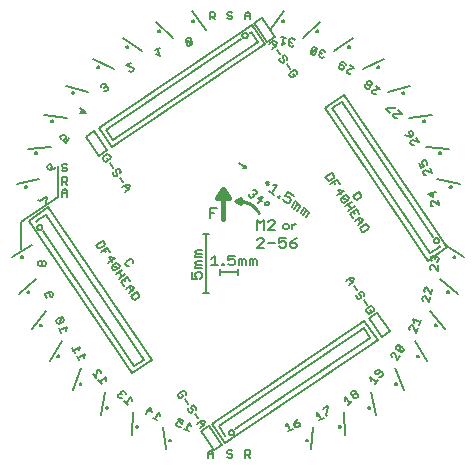
<source format=gto>
G75*
%MOIN*%
%OFA0B0*%
%FSLAX24Y24*%
%IPPOS*%
%LPD*%
%AMOC8*
5,1,8,0,0,1.08239X$1,22.5*
%
%ADD10C,0.0100*%
%ADD11C,0.0060*%
%ADD12C,0.0050*%
%ADD13C,0.0080*%
%ADD14C,0.0070*%
%ADD15C,0.0160*%
D10*
X008206Y009243D02*
X008259Y009235D01*
X008311Y009223D01*
X008363Y009208D01*
X008413Y009190D01*
X008462Y009168D01*
X008509Y009143D01*
X008554Y009115D01*
X008598Y009084D01*
X008639Y009050D01*
X008678Y009013D01*
X008714Y008974D01*
X008748Y008932D01*
X008779Y008888D01*
X008806Y008843D01*
X008206Y009143D02*
X008006Y009243D01*
X008206Y009343D01*
X008206Y009243D01*
X008106Y009243D01*
X008206Y009243D02*
X008206Y009143D01*
D11*
X008481Y009417D02*
X008477Y009478D01*
X008481Y009417D02*
X008546Y009359D01*
X008608Y009363D01*
X008636Y009396D01*
X008632Y009457D01*
X008600Y009486D01*
X008632Y009457D02*
X008693Y009461D01*
X008722Y009494D01*
X008718Y009555D01*
X008653Y009612D01*
X008592Y009608D01*
X008756Y009349D02*
X008886Y009234D01*
X009006Y009187D02*
X009034Y009219D01*
X009096Y009223D01*
X009128Y009195D01*
X009132Y009133D01*
X009104Y009101D01*
X009042Y009097D01*
X009010Y009125D01*
X009006Y009187D01*
X008939Y009360D02*
X008756Y009349D01*
X008939Y009360D02*
X008768Y009165D01*
X009613Y008438D02*
X009613Y008351D01*
X009656Y008308D01*
X009743Y008308D01*
X009786Y008351D01*
X009786Y008438D01*
X009743Y008481D01*
X009656Y008481D01*
X009613Y008438D01*
X009907Y008481D02*
X009907Y008308D01*
X009907Y008395D02*
X009994Y008481D01*
X010037Y008481D01*
X011176Y009796D02*
X011392Y009942D01*
X011489Y009798D01*
X011333Y009797D02*
X011284Y009869D01*
X011145Y009921D02*
X011289Y010018D01*
X011300Y010078D01*
X011227Y010186D01*
X011012Y010040D01*
X011084Y009932D01*
X011145Y009921D01*
X011449Y009625D02*
X011546Y009481D01*
X011630Y009589D02*
X011449Y009625D01*
X011414Y009444D02*
X011630Y009589D01*
X011686Y009429D02*
X011746Y009417D01*
X011795Y009345D01*
X011783Y009285D01*
X011542Y009332D01*
X011530Y009272D01*
X011579Y009200D01*
X011639Y009188D01*
X011783Y009285D01*
X011887Y009209D02*
X011671Y009063D01*
X011779Y009136D02*
X011876Y008992D01*
X011943Y008892D02*
X011992Y008820D01*
X012051Y008964D02*
X011836Y008819D01*
X011933Y008675D01*
X012000Y008575D02*
X012144Y008672D01*
X012265Y008648D01*
X012241Y008528D01*
X012097Y008431D01*
X012165Y008330D02*
X012238Y008223D01*
X012298Y008211D01*
X012442Y008308D01*
X012454Y008368D01*
X012381Y008476D01*
X012165Y008330D01*
X012205Y008504D02*
X012108Y008647D01*
X012148Y008821D02*
X012051Y008964D01*
X011984Y009065D02*
X011768Y008919D01*
X011993Y009301D02*
X012053Y009289D01*
X012197Y009386D01*
X012209Y009447D01*
X012136Y009555D01*
X011920Y009409D01*
X011993Y009301D01*
X011686Y009429D02*
X011542Y009332D01*
X013658Y011458D02*
X013743Y011410D01*
X013863Y011387D01*
X013791Y011495D01*
X013802Y011555D01*
X013838Y011579D01*
X013899Y011567D01*
X013947Y011495D01*
X013935Y011435D01*
X013863Y011387D01*
X013895Y011262D02*
X013859Y011238D01*
X013847Y011178D01*
X013895Y011106D01*
X013955Y011094D01*
X013895Y011262D02*
X014135Y011215D01*
X014039Y011359D01*
X013402Y012000D02*
X013340Y012002D01*
X013281Y012065D01*
X013283Y012127D01*
X013315Y012156D01*
X013560Y012149D01*
X013441Y012275D01*
X013358Y012363D02*
X013326Y012334D01*
X013081Y012341D01*
X013050Y012312D01*
X013168Y012185D01*
X012701Y012813D02*
X012640Y012805D01*
X012571Y012858D01*
X012563Y012919D01*
X012589Y012953D01*
X012832Y012986D01*
X012694Y013091D01*
X012572Y013130D02*
X012545Y013096D01*
X012485Y013087D01*
X012416Y013140D01*
X012408Y013201D01*
X012434Y013235D01*
X012495Y013244D01*
X012564Y013191D01*
X012572Y013130D01*
X012485Y013087D02*
X012493Y013027D01*
X012466Y012992D01*
X012406Y012984D01*
X012337Y013037D01*
X012329Y013098D01*
X012355Y013132D01*
X012416Y013140D01*
X011876Y013501D02*
X011817Y013483D01*
X011741Y013524D01*
X011723Y013582D01*
X011743Y013621D01*
X011978Y013692D01*
X011825Y013774D01*
X011697Y013792D02*
X011679Y013851D01*
X011603Y013892D01*
X011544Y013874D01*
X011463Y013721D01*
X011481Y013662D01*
X011557Y013621D01*
X011616Y013639D01*
X011636Y013678D01*
X011618Y013736D01*
X011503Y013797D01*
X010960Y014040D02*
X010905Y014013D01*
X010823Y014040D01*
X010796Y014095D01*
X010810Y014136D01*
X010865Y014164D01*
X010838Y014219D01*
X010852Y014260D01*
X010907Y014287D01*
X010989Y014259D01*
X011016Y014204D01*
X010906Y014150D02*
X010865Y014164D01*
X010737Y014298D02*
X010710Y014353D01*
X010628Y014381D01*
X010573Y014354D01*
X010517Y014190D01*
X010737Y014298D01*
X010681Y014134D01*
X010626Y014107D01*
X010544Y014135D01*
X010517Y014190D01*
X009959Y014427D02*
X009909Y014391D01*
X009824Y014405D01*
X009788Y014455D01*
X009795Y014498D01*
X009845Y014533D01*
X009809Y014583D01*
X009816Y014626D01*
X009866Y014662D01*
X009951Y014648D01*
X009987Y014598D01*
X009887Y014526D02*
X009845Y014533D01*
X009675Y014517D02*
X009576Y014446D01*
X009618Y014702D01*
X009703Y014688D02*
X009532Y014716D01*
X009393Y014536D02*
X009370Y014416D01*
X009226Y014319D01*
X009334Y014392D02*
X009237Y014536D01*
X009273Y014560D02*
X009129Y014463D01*
X009273Y014560D02*
X009393Y014536D01*
X009402Y014291D02*
X009499Y014147D01*
X009602Y014071D02*
X009591Y014011D01*
X009639Y013939D01*
X009627Y013879D01*
X009591Y013855D01*
X009531Y013866D01*
X009483Y013938D01*
X009494Y013998D01*
X009602Y014071D02*
X009638Y014095D01*
X009698Y014084D01*
X009747Y014012D01*
X009735Y013952D01*
X009731Y013803D02*
X009828Y013659D01*
X009968Y013607D02*
X009824Y013510D01*
X009812Y013450D01*
X009861Y013378D01*
X009921Y013366D01*
X009993Y013415D01*
X009944Y013486D01*
X010065Y013463D02*
X010076Y013523D01*
X010028Y013595D01*
X009968Y013607D01*
X008507Y015296D02*
X008507Y015469D01*
X008420Y015556D01*
X008333Y015469D01*
X008333Y015296D01*
X008333Y015426D02*
X008507Y015426D01*
X007916Y015383D02*
X007916Y015339D01*
X007873Y015296D01*
X007786Y015296D01*
X007743Y015339D01*
X007786Y015426D02*
X007873Y015426D01*
X007916Y015383D01*
X007916Y015513D02*
X007873Y015556D01*
X007786Y015556D01*
X007743Y015513D01*
X007743Y015469D01*
X007786Y015426D01*
X007326Y015426D02*
X007282Y015383D01*
X007152Y015383D01*
X007152Y015296D02*
X007152Y015556D01*
X007282Y015556D01*
X007326Y015513D01*
X007326Y015426D01*
X007239Y015383D02*
X007326Y015296D01*
X006542Y014650D02*
X006570Y014479D01*
X006371Y014622D01*
X006407Y014672D01*
X006492Y014686D01*
X006542Y014650D01*
X006371Y014622D02*
X006399Y014450D01*
X006449Y014415D01*
X006534Y014429D01*
X006570Y014479D01*
X005486Y014348D02*
X005322Y014292D01*
X005404Y014320D02*
X005488Y014074D01*
X005378Y014128D01*
X004599Y013690D02*
X004620Y013652D01*
X004602Y013593D01*
X004525Y013552D01*
X004467Y013570D01*
X004599Y013690D02*
X004365Y013762D01*
X004518Y013843D01*
X003661Y013146D02*
X003601Y013154D01*
X003532Y013101D01*
X003524Y013041D01*
X003645Y013024D02*
X003680Y013051D01*
X003688Y013111D01*
X003661Y013146D01*
X003680Y013051D02*
X003740Y013043D01*
X003767Y013008D01*
X003759Y012947D01*
X003690Y012895D01*
X003629Y012903D01*
X002967Y012293D02*
X002848Y012167D01*
X003032Y012173D01*
X002843Y012351D01*
X002292Y011457D02*
X002232Y011445D01*
X002183Y011373D01*
X002195Y011313D01*
X002267Y011264D02*
X002352Y011312D01*
X002376Y011348D01*
X002364Y011408D01*
X002292Y011457D01*
X002472Y011336D02*
X002375Y011192D01*
X002267Y011264D01*
X002274Y010487D02*
X002231Y010444D01*
X002231Y010401D01*
X002274Y010357D01*
X002361Y010357D01*
X002405Y010314D01*
X002405Y010270D01*
X002361Y010227D01*
X002274Y010227D01*
X002231Y010270D01*
X002102Y010406D02*
X002102Y009373D01*
X000872Y008536D01*
X000872Y007650D01*
X001434Y007198D02*
X001439Y007111D01*
X001485Y007071D01*
X001528Y007073D01*
X001569Y007119D01*
X001564Y007206D01*
X001518Y007247D01*
X001474Y007244D01*
X001434Y007198D01*
X001564Y007206D02*
X001604Y007252D01*
X001647Y007255D01*
X001693Y007214D01*
X001699Y007127D01*
X001658Y007081D01*
X001615Y007079D01*
X001569Y007119D01*
X001791Y006203D02*
X001820Y006076D01*
X001872Y006044D01*
X001914Y006053D01*
X001947Y006105D01*
X001928Y006190D01*
X001876Y006222D01*
X001707Y006184D01*
X001674Y006132D01*
X001693Y006048D01*
X001745Y006015D01*
X002057Y005301D02*
X002217Y005367D01*
X002122Y005141D01*
X002066Y005165D01*
X002033Y005245D01*
X002057Y005301D01*
X002122Y005141D02*
X002283Y005206D01*
X002307Y005263D01*
X002274Y005343D01*
X002217Y005367D01*
X002128Y005012D02*
X002194Y004852D01*
X002161Y004932D02*
X002402Y005030D01*
X002354Y004917D01*
X002832Y004391D02*
X002611Y004255D01*
X002656Y004181D02*
X002565Y004329D01*
X002720Y004078D02*
X002810Y003930D01*
X002765Y004004D02*
X002987Y004140D01*
X002958Y004021D01*
X002804Y004272D02*
X002832Y004391D01*
X003418Y003626D02*
X003385Y003597D01*
X003368Y003352D01*
X003254Y003484D01*
X003418Y003626D02*
X003479Y003621D01*
X003536Y003556D01*
X003532Y003494D01*
X003701Y003366D02*
X003504Y003195D01*
X003561Y003130D02*
X003447Y003261D01*
X003692Y003243D02*
X003701Y003366D01*
X004219Y002920D02*
X004191Y002887D01*
X004197Y002826D01*
X004136Y002820D01*
X004108Y002787D01*
X004114Y002726D01*
X004180Y002671D01*
X004242Y002676D01*
X004230Y002798D02*
X004197Y002826D01*
X004219Y002920D02*
X004280Y002926D01*
X004347Y002871D01*
X004352Y002810D01*
X004540Y002710D02*
X004374Y002510D01*
X004441Y002455D02*
X004307Y002565D01*
X004551Y002588D02*
X004540Y002710D01*
X005070Y002286D02*
X005220Y002198D01*
X005173Y002376D01*
X005042Y002152D01*
X005258Y002025D02*
X005408Y001937D01*
X005333Y001981D02*
X005465Y002205D01*
X005496Y002087D01*
X006067Y001869D02*
X006036Y001788D01*
X006061Y001732D01*
X006142Y001701D01*
X006198Y001726D01*
X006229Y001807D02*
X006164Y001878D01*
X006123Y001894D01*
X006067Y001869D01*
X006114Y001990D02*
X006276Y001928D01*
X006229Y001807D01*
X006296Y001642D02*
X006458Y001580D01*
X006377Y001611D02*
X006470Y001854D01*
X006520Y001742D01*
X006737Y001822D02*
X006881Y001919D01*
X007001Y001896D01*
X006978Y001775D01*
X006834Y001678D01*
X006942Y001751D02*
X006845Y001895D01*
X006777Y001995D02*
X006680Y002139D01*
X006576Y002215D02*
X006588Y002276D01*
X006539Y002348D01*
X006551Y002408D01*
X006587Y002432D01*
X006647Y002420D01*
X006696Y002348D01*
X006684Y002288D01*
X006576Y002215D02*
X006540Y002191D01*
X006480Y002203D01*
X006432Y002275D01*
X006443Y002335D01*
X006447Y002484D02*
X006350Y002628D01*
X006283Y002728D02*
X006234Y002800D01*
X006283Y002728D02*
X006211Y002680D01*
X006150Y002692D01*
X006102Y002763D01*
X006114Y002824D01*
X006257Y002921D01*
X006318Y002909D01*
X006366Y002837D01*
X006355Y002777D01*
X007190Y000940D02*
X007103Y000853D01*
X007103Y000680D01*
X007103Y000810D02*
X007277Y000810D01*
X007277Y000853D02*
X007277Y000680D01*
X007277Y000853D02*
X007190Y000940D01*
X007743Y000897D02*
X007743Y000853D01*
X007786Y000810D01*
X007873Y000810D01*
X007916Y000767D01*
X007916Y000723D01*
X007873Y000680D01*
X007786Y000680D01*
X007743Y000723D01*
X007743Y000897D02*
X007786Y000940D01*
X007873Y000940D01*
X007916Y000897D01*
X008333Y000940D02*
X008333Y000680D01*
X008333Y000767D02*
X008464Y000767D01*
X008507Y000810D01*
X008507Y000897D01*
X008464Y000940D01*
X008333Y000940D01*
X008420Y000767D02*
X008507Y000680D01*
X009693Y001742D02*
X009743Y001854D01*
X009836Y001611D01*
X009755Y001580D02*
X009917Y001642D01*
X010014Y001726D02*
X010070Y001701D01*
X010151Y001732D01*
X010176Y001788D01*
X010161Y001828D01*
X010105Y001853D01*
X009983Y001807D01*
X010014Y001726D01*
X009983Y001807D02*
X010033Y001919D01*
X010099Y001990D01*
X010717Y002087D02*
X010748Y002205D01*
X010879Y001981D01*
X010805Y001937D02*
X010954Y002025D01*
X011059Y002086D02*
X011037Y002124D01*
X011099Y002361D01*
X011077Y002398D01*
X010927Y002311D01*
X011661Y002588D02*
X011672Y002710D01*
X011839Y002510D01*
X011905Y002565D02*
X011772Y002455D01*
X011971Y002676D02*
X011943Y002710D01*
X011949Y002771D01*
X012016Y002826D01*
X012077Y002820D01*
X012104Y002787D01*
X012099Y002726D01*
X012032Y002671D01*
X011971Y002676D01*
X011949Y002771D02*
X011888Y002776D01*
X011860Y002810D01*
X011866Y002871D01*
X011933Y002926D01*
X011994Y002920D01*
X012021Y002887D01*
X012016Y002826D01*
X012521Y003243D02*
X012512Y003366D01*
X012708Y003195D01*
X012652Y003130D02*
X012765Y003261D01*
X012812Y003381D02*
X012873Y003385D01*
X012930Y003451D01*
X012925Y003512D01*
X012794Y003626D01*
X012733Y003621D01*
X012676Y003556D01*
X012681Y003494D01*
X012713Y003466D01*
X012775Y003470D01*
X012860Y003569D01*
X013217Y004044D02*
X013203Y004103D01*
X013249Y004177D01*
X013308Y004192D01*
X013345Y004169D01*
X013402Y003930D01*
X013493Y004078D01*
X013519Y004204D02*
X013372Y004295D01*
X013358Y004354D01*
X013403Y004428D01*
X013463Y004443D01*
X013519Y004204D01*
X013579Y004218D01*
X013625Y004292D01*
X013610Y004352D01*
X013463Y004443D01*
X013818Y004934D02*
X013794Y004990D01*
X013827Y005070D01*
X013884Y005094D01*
X013924Y005078D01*
X014019Y004852D01*
X014084Y005012D01*
X014130Y005124D02*
X014196Y005285D01*
X014163Y005205D02*
X013922Y005303D01*
X013970Y005190D01*
X014266Y005910D02*
X014233Y005961D01*
X014252Y006046D01*
X014304Y006079D01*
X014346Y006069D01*
X014477Y005862D01*
X014515Y006031D01*
X014542Y006149D02*
X014412Y006356D01*
X014369Y006366D01*
X014317Y006333D01*
X014298Y006249D01*
X014331Y006197D01*
X014542Y006149D02*
X014581Y006318D01*
X014545Y006934D02*
X014505Y006980D01*
X014510Y007067D01*
X014556Y007107D01*
X014599Y007105D01*
X014762Y006921D01*
X014772Y007094D01*
X014737Y007218D02*
X014783Y007258D01*
X014788Y007345D01*
X014747Y007391D01*
X014704Y007394D01*
X014658Y007353D01*
X014655Y007310D01*
X014658Y007353D02*
X014617Y007399D01*
X014574Y007402D01*
X014528Y007361D01*
X014523Y007274D01*
X014563Y007228D01*
X014593Y009063D02*
X014540Y009093D01*
X014517Y009177D01*
X014547Y009230D01*
X014589Y009241D01*
X014802Y009119D01*
X014757Y009287D01*
X014599Y009370D02*
X014554Y009537D01*
X014691Y009529D02*
X014440Y009461D01*
X014599Y009370D01*
X014359Y010099D02*
X014301Y010120D01*
X014266Y010199D01*
X014287Y010257D01*
X014326Y010275D01*
X014556Y010189D01*
X014484Y010347D01*
X014395Y010439D02*
X014416Y010496D01*
X014380Y010575D01*
X014323Y010597D01*
X014244Y010561D01*
X014222Y010503D01*
X014240Y010464D01*
X014316Y010403D01*
X014197Y010349D01*
X014125Y010507D01*
X011952Y006662D02*
X011832Y006686D01*
X011688Y006589D01*
X011796Y006661D02*
X011893Y006518D01*
X011929Y006542D02*
X011785Y006445D01*
X011929Y006542D02*
X011952Y006662D01*
X011961Y006417D02*
X012058Y006273D01*
X012161Y006197D02*
X012150Y006137D01*
X012198Y006065D01*
X012186Y006005D01*
X012150Y005981D01*
X012090Y005992D01*
X012042Y006064D01*
X012053Y006124D01*
X012161Y006197D02*
X012197Y006221D01*
X012257Y006210D01*
X012306Y006138D01*
X012294Y006078D01*
X012290Y005929D02*
X012387Y005785D01*
X012383Y005636D02*
X012371Y005576D01*
X012420Y005504D01*
X012480Y005492D01*
X012552Y005541D01*
X012503Y005612D01*
X012383Y005636D02*
X012527Y005733D01*
X012587Y005721D01*
X012636Y005649D01*
X012624Y005589D01*
X004811Y006108D02*
X004738Y006216D01*
X004522Y006070D01*
X004595Y005962D01*
X004655Y005951D01*
X004799Y006048D01*
X004811Y006108D01*
X004598Y006268D02*
X004455Y006171D01*
X004562Y006243D02*
X004465Y006387D01*
X004501Y006412D02*
X004622Y006388D01*
X004598Y006268D01*
X004501Y006412D02*
X004358Y006314D01*
X004290Y006415D02*
X004193Y006559D01*
X004409Y006704D01*
X004506Y006560D01*
X004349Y006560D02*
X004301Y006632D01*
X004233Y006732D02*
X004136Y006876D01*
X004028Y006803D02*
X004244Y006949D01*
X004140Y007025D02*
X003899Y007072D01*
X003888Y007011D01*
X003936Y006939D01*
X003996Y006928D01*
X004140Y007025D01*
X004152Y007085D01*
X004103Y007157D01*
X004043Y007169D01*
X003899Y007072D01*
X003903Y007221D02*
X003806Y007364D01*
X003987Y007329D01*
X003771Y007184D01*
X003846Y007538D02*
X003749Y007681D01*
X003534Y007536D01*
X003502Y007661D02*
X003646Y007758D01*
X003657Y007818D01*
X003585Y007926D01*
X003369Y007780D01*
X003442Y007672D01*
X003502Y007661D01*
X003642Y007609D02*
X003690Y007537D01*
X004357Y007215D02*
X004346Y007155D01*
X004394Y007083D01*
X004454Y007071D01*
X004357Y007215D02*
X004501Y007312D01*
X004561Y007300D01*
X004610Y007228D01*
X004598Y007168D01*
X004341Y006805D02*
X004125Y006659D01*
X001700Y009193D02*
X001746Y009361D01*
X001704Y009372D01*
X001491Y009250D01*
X001449Y009262D01*
X002231Y009390D02*
X002231Y009564D01*
X002318Y009651D01*
X002405Y009564D01*
X002405Y009390D01*
X002405Y009521D02*
X002231Y009521D01*
X002231Y009784D02*
X002231Y010044D01*
X002361Y010044D01*
X002405Y010001D01*
X002405Y009914D01*
X002361Y009871D01*
X002231Y009871D01*
X002318Y009871D02*
X002405Y009784D01*
X001951Y010312D02*
X001836Y010269D01*
X001890Y010387D01*
X001868Y010445D01*
X001829Y010463D01*
X001771Y010441D01*
X001735Y010362D01*
X001757Y010305D01*
X001836Y010269D01*
X001951Y010312D02*
X002026Y010373D01*
X002274Y010487D02*
X002361Y010487D01*
X002405Y010444D01*
X003592Y010637D02*
X003641Y010566D01*
X003701Y010554D01*
X003773Y010602D01*
X003724Y010674D01*
X003604Y010698D02*
X003592Y010637D01*
X003604Y010698D02*
X003748Y010795D01*
X003808Y010783D01*
X003856Y010711D01*
X003845Y010651D01*
X003841Y010502D02*
X003938Y010358D01*
X004041Y010282D02*
X004030Y010222D01*
X004078Y010150D01*
X004066Y010090D01*
X004030Y010065D01*
X003970Y010077D01*
X003922Y010149D01*
X003933Y010209D01*
X004041Y010282D02*
X004077Y010306D01*
X004137Y010294D01*
X004186Y010222D01*
X004174Y010162D01*
X004170Y010013D02*
X004267Y009869D01*
X004335Y009769D02*
X004432Y009625D01*
X004468Y009649D02*
X004324Y009552D01*
X004468Y009649D02*
X004491Y009770D01*
X004371Y009793D01*
X004227Y009696D01*
D12*
X002872Y003662D02*
X002594Y002944D01*
X002848Y003125D02*
X002866Y003180D01*
X003674Y002867D02*
X003517Y002114D01*
X003738Y002333D02*
X003747Y002391D01*
X004585Y002220D02*
X004552Y001451D01*
X004734Y001704D02*
X004734Y001762D01*
X005600Y001725D02*
X005692Y000961D01*
X005831Y001239D02*
X005821Y001297D01*
X006873Y001569D02*
X007138Y001748D01*
X007563Y001118D01*
X007298Y000939D01*
X006873Y001569D01*
X007220Y001819D02*
X012311Y005254D01*
X012752Y004601D01*
X007660Y001167D01*
X007220Y001819D01*
X007460Y001744D02*
X012291Y005003D01*
X012511Y004676D01*
X008007Y001638D01*
X007792Y001527D02*
X007794Y001546D01*
X007800Y001563D01*
X007809Y001579D01*
X007821Y001593D01*
X007836Y001604D01*
X007853Y001612D01*
X007872Y001616D01*
X007890Y001616D01*
X007909Y001612D01*
X007925Y001604D01*
X007941Y001593D01*
X007953Y001579D01*
X007962Y001563D01*
X007968Y001546D01*
X007970Y001527D01*
X007968Y001508D01*
X007962Y001491D01*
X007953Y001475D01*
X007941Y001461D01*
X007926Y001450D01*
X007909Y001442D01*
X007890Y001438D01*
X007872Y001438D01*
X007853Y001442D01*
X007837Y001450D01*
X007821Y001461D01*
X007809Y001475D01*
X007800Y001491D01*
X007794Y001508D01*
X007792Y001527D01*
X007713Y001440D02*
X007680Y001418D01*
X007460Y001744D01*
X005218Y003937D02*
X004565Y003497D01*
X001130Y008589D01*
X001783Y009029D01*
X005218Y003937D01*
X004966Y003958D02*
X004640Y003738D01*
X001602Y008242D01*
X001402Y008368D02*
X001404Y008387D01*
X001410Y008404D01*
X001419Y008420D01*
X001431Y008434D01*
X001446Y008445D01*
X001463Y008453D01*
X001482Y008457D01*
X001500Y008457D01*
X001519Y008453D01*
X001535Y008445D01*
X001551Y008434D01*
X001563Y008420D01*
X001572Y008404D01*
X001578Y008387D01*
X001580Y008368D01*
X001578Y008349D01*
X001572Y008332D01*
X001563Y008316D01*
X001551Y008302D01*
X001536Y008291D01*
X001519Y008283D01*
X001500Y008279D01*
X001482Y008279D01*
X001463Y008283D01*
X001447Y008291D01*
X001431Y008302D01*
X001419Y008316D01*
X001410Y008332D01*
X001404Y008349D01*
X001402Y008368D01*
X001404Y008536D02*
X001382Y008568D01*
X001708Y008789D01*
X004966Y003958D01*
X006925Y006174D02*
X007024Y006174D01*
X007024Y008143D01*
X006925Y008143D01*
X007024Y008143D02*
X007122Y008143D01*
X007516Y006961D02*
X007516Y006863D01*
X007516Y006765D01*
X007516Y006863D02*
X008106Y006863D01*
X008106Y006765D01*
X008106Y006863D02*
X008106Y006961D01*
X007122Y006174D02*
X007024Y006174D01*
X009053Y009771D02*
X009037Y009869D01*
X009134Y009885D01*
X009037Y009869D02*
X009150Y009788D01*
X008357Y010354D02*
X008260Y010337D01*
X008357Y010354D02*
X008130Y010515D01*
X008341Y010451D02*
X008357Y010354D01*
X010995Y012348D02*
X011648Y012788D01*
X015082Y007696D01*
X014429Y007256D01*
X010995Y012348D01*
X011246Y012327D02*
X011573Y012547D01*
X014611Y008043D01*
X014633Y007917D02*
X014635Y007936D01*
X014641Y007953D01*
X014650Y007969D01*
X014662Y007983D01*
X014677Y007994D01*
X014694Y008002D01*
X014713Y008006D01*
X014731Y008006D01*
X014750Y008002D01*
X014766Y007994D01*
X014782Y007983D01*
X014794Y007969D01*
X014803Y007953D01*
X014809Y007936D01*
X014811Y007917D01*
X014809Y007898D01*
X014803Y007881D01*
X014794Y007865D01*
X014782Y007851D01*
X014767Y007840D01*
X014750Y007832D01*
X014731Y007828D01*
X014713Y007828D01*
X014694Y007832D01*
X014678Y007840D01*
X014662Y007851D01*
X014650Y007865D01*
X014641Y007881D01*
X014635Y007898D01*
X014633Y007917D01*
X014809Y007749D02*
X014831Y007717D01*
X014504Y007497D01*
X011246Y012327D01*
X012259Y013640D02*
X012958Y013962D01*
X012794Y013697D02*
X012740Y013676D01*
X013101Y012888D02*
X013844Y013091D01*
X013638Y012857D02*
X013581Y012845D01*
X013803Y012019D02*
X014568Y012099D01*
X014327Y011901D02*
X014269Y011898D01*
X014359Y011036D02*
X015127Y010991D01*
X014858Y010835D02*
X014800Y010841D01*
X014745Y009988D02*
X015495Y009819D01*
X015204Y009708D02*
X015148Y009724D01*
X014986Y007762D02*
X015643Y007361D01*
X015331Y007350D02*
X015283Y007383D01*
X014834Y006655D02*
X015417Y006153D01*
X015108Y006193D02*
X015066Y006233D01*
X014501Y005576D02*
X014994Y004986D01*
X014696Y005075D02*
X014661Y005122D01*
X013996Y004566D02*
X014386Y003903D01*
X014106Y004040D02*
X014080Y004092D01*
X013340Y003662D02*
X013619Y002944D01*
X013365Y003125D02*
X013346Y003180D01*
X012538Y002867D02*
X012695Y002114D01*
X012474Y002333D02*
X012466Y002391D01*
X011627Y002220D02*
X011661Y001451D01*
X011478Y001704D02*
X011479Y001762D01*
X010613Y001725D02*
X010520Y000961D01*
X010381Y001239D02*
X010391Y001297D01*
X012899Y004717D02*
X013164Y004896D01*
X012739Y005526D01*
X012474Y005347D01*
X012899Y004717D01*
X008993Y014466D02*
X003901Y011031D01*
X003461Y011684D01*
X008553Y015118D01*
X008993Y014466D01*
X009074Y014537D02*
X009339Y014716D01*
X008914Y015346D01*
X008649Y015167D01*
X009074Y014537D01*
X008752Y014541D02*
X003922Y011282D01*
X003701Y011609D01*
X008206Y014647D01*
X008243Y014758D02*
X008245Y014777D01*
X008251Y014794D01*
X008260Y014810D01*
X008272Y014824D01*
X008287Y014835D01*
X008304Y014843D01*
X008323Y014847D01*
X008341Y014847D01*
X008360Y014843D01*
X008376Y014835D01*
X008392Y014824D01*
X008404Y014810D01*
X008413Y014794D01*
X008419Y014777D01*
X008421Y014758D01*
X008419Y014739D01*
X008413Y014722D01*
X008404Y014706D01*
X008392Y014692D01*
X008377Y014681D01*
X008360Y014673D01*
X008341Y014669D01*
X008323Y014669D01*
X008304Y014673D01*
X008288Y014681D01*
X008272Y014692D01*
X008260Y014706D01*
X008251Y014722D01*
X008245Y014739D01*
X008243Y014758D01*
X008499Y014845D02*
X008532Y014867D01*
X008752Y014541D01*
X009180Y014948D02*
X009645Y015561D01*
X009625Y015251D02*
X009587Y015206D01*
X010277Y014682D02*
X010836Y015210D01*
X010765Y014907D02*
X010721Y014869D01*
X011306Y014245D02*
X011943Y014676D01*
X011824Y014388D02*
X011774Y014358D01*
X007032Y014948D02*
X006567Y015561D01*
X006588Y015251D02*
X006625Y015206D01*
X005935Y014682D02*
X005376Y015210D01*
X005447Y014907D02*
X005492Y014869D01*
X004907Y014245D02*
X004270Y014676D01*
X004389Y014388D02*
X004439Y014358D01*
X003953Y013640D02*
X003254Y013962D01*
X003419Y013697D02*
X003473Y013676D01*
X003111Y012888D02*
X002369Y013091D01*
X002574Y012857D02*
X002631Y012845D01*
X002410Y012019D02*
X001645Y012099D01*
X001885Y011901D02*
X001943Y011898D01*
X001853Y011036D02*
X001085Y010991D01*
X001355Y010835D02*
X001413Y010841D01*
X001468Y009988D02*
X000717Y009819D01*
X001008Y009708D02*
X001065Y009724D01*
X001227Y007762D02*
X000570Y007361D01*
X000881Y007350D02*
X000929Y007383D01*
X001379Y006655D02*
X000795Y006153D01*
X001104Y006193D02*
X001146Y006233D01*
X001712Y005576D02*
X001218Y004986D01*
X001517Y005075D02*
X001552Y005122D01*
X002217Y004566D02*
X001826Y003903D01*
X002106Y004040D02*
X002133Y004092D01*
X003473Y010759D02*
X003048Y011389D01*
X003313Y011568D01*
X003738Y010938D01*
X003473Y010759D01*
D13*
X001874Y011905D02*
X001876Y011916D01*
X001881Y011925D01*
X001889Y011933D01*
X001899Y011937D01*
X001910Y011938D01*
X001920Y011935D01*
X001929Y011929D01*
X001936Y011921D01*
X001940Y011910D01*
X001940Y011900D01*
X001936Y011889D01*
X001929Y011881D01*
X001920Y011875D01*
X001910Y011872D01*
X001899Y011873D01*
X001889Y011877D01*
X001881Y011885D01*
X001876Y011894D01*
X001874Y011905D01*
X001343Y010842D02*
X001345Y010853D01*
X001350Y010862D01*
X001358Y010870D01*
X001368Y010874D01*
X001379Y010875D01*
X001389Y010872D01*
X001398Y010866D01*
X001405Y010858D01*
X001409Y010847D01*
X001409Y010837D01*
X001405Y010826D01*
X001398Y010818D01*
X001389Y010812D01*
X001379Y010809D01*
X001368Y010810D01*
X001358Y010814D01*
X001350Y010822D01*
X001345Y010831D01*
X001343Y010842D01*
X000995Y009719D02*
X000997Y009730D01*
X001002Y009739D01*
X001010Y009747D01*
X001020Y009751D01*
X001031Y009752D01*
X001041Y009749D01*
X001050Y009743D01*
X001057Y009735D01*
X001061Y009724D01*
X001061Y009714D01*
X001057Y009703D01*
X001050Y009695D01*
X001041Y009689D01*
X001031Y009686D01*
X001020Y009687D01*
X001010Y009691D01*
X001002Y009699D01*
X000997Y009708D01*
X000995Y009719D01*
X000863Y007367D02*
X000865Y007378D01*
X000870Y007387D01*
X000878Y007395D01*
X000888Y007399D01*
X000899Y007400D01*
X000909Y007397D01*
X000918Y007391D01*
X000925Y007383D01*
X000929Y007372D01*
X000929Y007362D01*
X000925Y007351D01*
X000918Y007343D01*
X000909Y007337D01*
X000899Y007334D01*
X000888Y007335D01*
X000878Y007339D01*
X000870Y007347D01*
X000865Y007356D01*
X000863Y007367D01*
X001083Y006212D02*
X001085Y006223D01*
X001090Y006232D01*
X001098Y006240D01*
X001108Y006244D01*
X001119Y006245D01*
X001129Y006242D01*
X001138Y006236D01*
X001145Y006228D01*
X001149Y006217D01*
X001149Y006207D01*
X001145Y006196D01*
X001138Y006188D01*
X001129Y006182D01*
X001119Y006179D01*
X001108Y006180D01*
X001098Y006184D01*
X001090Y006192D01*
X001085Y006201D01*
X001083Y006212D01*
X001492Y005096D02*
X001494Y005107D01*
X001499Y005116D01*
X001507Y005124D01*
X001517Y005128D01*
X001528Y005129D01*
X001538Y005126D01*
X001547Y005120D01*
X001554Y005112D01*
X001558Y005101D01*
X001558Y005091D01*
X001554Y005080D01*
X001547Y005072D01*
X001538Y005066D01*
X001528Y005063D01*
X001517Y005064D01*
X001507Y005068D01*
X001499Y005076D01*
X001494Y005085D01*
X001492Y005096D01*
X002078Y004062D02*
X002080Y004073D01*
X002085Y004082D01*
X002093Y004090D01*
X002103Y004094D01*
X002114Y004095D01*
X002124Y004092D01*
X002133Y004086D01*
X002140Y004078D01*
X002144Y004067D01*
X002144Y004057D01*
X002140Y004046D01*
X002133Y004038D01*
X002124Y004032D01*
X002114Y004029D01*
X002103Y004030D01*
X002093Y004034D01*
X002085Y004042D01*
X002080Y004051D01*
X002078Y004062D01*
X002817Y003147D02*
X002819Y003158D01*
X002824Y003167D01*
X002832Y003175D01*
X002842Y003179D01*
X002853Y003180D01*
X002863Y003177D01*
X002872Y003171D01*
X002879Y003163D01*
X002883Y003152D01*
X002883Y003142D01*
X002879Y003131D01*
X002872Y003123D01*
X002863Y003117D01*
X002853Y003114D01*
X002842Y003115D01*
X002832Y003119D01*
X002824Y003127D01*
X002819Y003136D01*
X002817Y003147D01*
X003703Y002355D02*
X003705Y002366D01*
X003710Y002375D01*
X003718Y002383D01*
X003728Y002387D01*
X003739Y002388D01*
X003749Y002385D01*
X003758Y002379D01*
X003765Y002371D01*
X003769Y002360D01*
X003769Y002350D01*
X003765Y002339D01*
X003758Y002331D01*
X003749Y002325D01*
X003739Y002322D01*
X003728Y002323D01*
X003718Y002327D01*
X003710Y002335D01*
X003705Y002344D01*
X003703Y002355D01*
X004696Y001725D02*
X004698Y001736D01*
X004703Y001745D01*
X004711Y001753D01*
X004721Y001757D01*
X004732Y001758D01*
X004742Y001755D01*
X004751Y001749D01*
X004758Y001741D01*
X004762Y001730D01*
X004762Y001720D01*
X004758Y001709D01*
X004751Y001701D01*
X004742Y001695D01*
X004732Y001692D01*
X004721Y001693D01*
X004711Y001697D01*
X004703Y001705D01*
X004698Y001714D01*
X004696Y001725D01*
X005789Y001260D02*
X005791Y001271D01*
X005796Y001280D01*
X005804Y001288D01*
X005814Y001292D01*
X005825Y001293D01*
X005835Y001290D01*
X005844Y001284D01*
X005851Y001276D01*
X005855Y001265D01*
X005855Y001255D01*
X005851Y001244D01*
X005844Y001236D01*
X005835Y001230D01*
X005825Y001227D01*
X005814Y001228D01*
X005804Y001232D01*
X005796Y001240D01*
X005791Y001249D01*
X005789Y001260D01*
X010357Y001260D02*
X010359Y001271D01*
X010364Y001280D01*
X010372Y001288D01*
X010382Y001292D01*
X010393Y001293D01*
X010403Y001290D01*
X010412Y001284D01*
X010419Y001276D01*
X010423Y001265D01*
X010423Y001255D01*
X010419Y001244D01*
X010412Y001236D01*
X010403Y001230D01*
X010393Y001227D01*
X010382Y001228D01*
X010372Y001232D01*
X010364Y001240D01*
X010359Y001249D01*
X010357Y001260D01*
X011451Y001725D02*
X011453Y001736D01*
X011458Y001745D01*
X011466Y001753D01*
X011476Y001757D01*
X011487Y001758D01*
X011497Y001755D01*
X011506Y001749D01*
X011513Y001741D01*
X011517Y001730D01*
X011517Y001720D01*
X011513Y001709D01*
X011506Y001701D01*
X011497Y001695D01*
X011487Y001692D01*
X011476Y001693D01*
X011466Y001697D01*
X011458Y001705D01*
X011453Y001714D01*
X011451Y001725D01*
X012443Y002355D02*
X012445Y002366D01*
X012450Y002375D01*
X012458Y002383D01*
X012468Y002387D01*
X012479Y002388D01*
X012489Y002385D01*
X012498Y002379D01*
X012505Y002371D01*
X012509Y002360D01*
X012509Y002350D01*
X012505Y002339D01*
X012498Y002331D01*
X012489Y002325D01*
X012479Y002322D01*
X012468Y002323D01*
X012458Y002327D01*
X012450Y002335D01*
X012445Y002344D01*
X012443Y002355D01*
X013330Y003147D02*
X013332Y003158D01*
X013337Y003167D01*
X013345Y003175D01*
X013355Y003179D01*
X013366Y003180D01*
X013376Y003177D01*
X013385Y003171D01*
X013392Y003163D01*
X013396Y003152D01*
X013396Y003142D01*
X013392Y003131D01*
X013385Y003123D01*
X013376Y003117D01*
X013366Y003114D01*
X013355Y003115D01*
X013345Y003119D01*
X013337Y003127D01*
X013332Y003136D01*
X013330Y003147D01*
X014068Y004062D02*
X014070Y004073D01*
X014075Y004082D01*
X014083Y004090D01*
X014093Y004094D01*
X014104Y004095D01*
X014114Y004092D01*
X014123Y004086D01*
X014130Y004078D01*
X014134Y004067D01*
X014134Y004057D01*
X014130Y004046D01*
X014123Y004038D01*
X014114Y004032D01*
X014104Y004029D01*
X014093Y004030D01*
X014083Y004034D01*
X014075Y004042D01*
X014070Y004051D01*
X014068Y004062D01*
X014654Y005096D02*
X014656Y005107D01*
X014661Y005116D01*
X014669Y005124D01*
X014679Y005128D01*
X014690Y005129D01*
X014700Y005126D01*
X014709Y005120D01*
X014716Y005112D01*
X014720Y005101D01*
X014720Y005091D01*
X014716Y005080D01*
X014709Y005072D01*
X014700Y005066D01*
X014690Y005063D01*
X014679Y005064D01*
X014669Y005068D01*
X014661Y005076D01*
X014656Y005085D01*
X014654Y005096D01*
X015063Y006212D02*
X015065Y006223D01*
X015070Y006232D01*
X015078Y006240D01*
X015088Y006244D01*
X015099Y006245D01*
X015109Y006242D01*
X015118Y006236D01*
X015125Y006228D01*
X015129Y006217D01*
X015129Y006207D01*
X015125Y006196D01*
X015118Y006188D01*
X015109Y006182D01*
X015099Y006179D01*
X015088Y006180D01*
X015078Y006184D01*
X015070Y006192D01*
X015065Y006201D01*
X015063Y006212D01*
X015283Y007367D02*
X015285Y007378D01*
X015290Y007387D01*
X015298Y007395D01*
X015308Y007399D01*
X015319Y007400D01*
X015329Y007397D01*
X015338Y007391D01*
X015345Y007383D01*
X015349Y007372D01*
X015349Y007362D01*
X015345Y007351D01*
X015338Y007343D01*
X015329Y007337D01*
X015319Y007334D01*
X015308Y007335D01*
X015298Y007339D01*
X015290Y007347D01*
X015285Y007356D01*
X015283Y007367D01*
X015152Y009719D02*
X015154Y009730D01*
X015159Y009739D01*
X015167Y009747D01*
X015177Y009751D01*
X015188Y009752D01*
X015198Y009749D01*
X015207Y009743D01*
X015214Y009735D01*
X015218Y009724D01*
X015218Y009714D01*
X015214Y009703D01*
X015207Y009695D01*
X015198Y009689D01*
X015188Y009686D01*
X015177Y009687D01*
X015167Y009691D01*
X015159Y009699D01*
X015154Y009708D01*
X015152Y009719D01*
X014804Y010842D02*
X014806Y010853D01*
X014811Y010862D01*
X014819Y010870D01*
X014829Y010874D01*
X014840Y010875D01*
X014850Y010872D01*
X014859Y010866D01*
X014866Y010858D01*
X014870Y010847D01*
X014870Y010837D01*
X014866Y010826D01*
X014859Y010818D01*
X014850Y010812D01*
X014840Y010809D01*
X014829Y010810D01*
X014819Y010814D01*
X014811Y010822D01*
X014806Y010831D01*
X014804Y010842D01*
X014272Y011905D02*
X014274Y011916D01*
X014279Y011925D01*
X014287Y011933D01*
X014297Y011937D01*
X014308Y011938D01*
X014318Y011935D01*
X014327Y011929D01*
X014334Y011921D01*
X014338Y011910D01*
X014338Y011900D01*
X014334Y011889D01*
X014327Y011881D01*
X014318Y011875D01*
X014308Y011872D01*
X014297Y011873D01*
X014287Y011877D01*
X014279Y011885D01*
X014274Y011894D01*
X014272Y011905D01*
X013583Y012858D02*
X013585Y012869D01*
X013590Y012878D01*
X013598Y012886D01*
X013608Y012890D01*
X013619Y012891D01*
X013629Y012888D01*
X013638Y012882D01*
X013645Y012874D01*
X013649Y012863D01*
X013649Y012853D01*
X013645Y012842D01*
X013638Y012834D01*
X013629Y012828D01*
X013619Y012825D01*
X013608Y012826D01*
X013598Y012830D01*
X013590Y012838D01*
X013585Y012847D01*
X013583Y012858D01*
X012739Y013694D02*
X012741Y013705D01*
X012746Y013714D01*
X012754Y013722D01*
X012764Y013726D01*
X012775Y013727D01*
X012785Y013724D01*
X012794Y013718D01*
X012801Y013710D01*
X012805Y013699D01*
X012805Y013689D01*
X012801Y013678D01*
X012794Y013670D01*
X012785Y013664D01*
X012775Y013661D01*
X012764Y013662D01*
X012754Y013666D01*
X012746Y013674D01*
X012741Y013683D01*
X012739Y013694D01*
X011769Y014382D02*
X011771Y014393D01*
X011776Y014402D01*
X011784Y014410D01*
X011794Y014414D01*
X011805Y014415D01*
X011815Y014412D01*
X011824Y014406D01*
X011831Y014398D01*
X011835Y014387D01*
X011835Y014377D01*
X011831Y014366D01*
X011824Y014358D01*
X011815Y014352D01*
X011805Y014349D01*
X011794Y014350D01*
X011784Y014354D01*
X011776Y014362D01*
X011771Y014371D01*
X011769Y014382D01*
X010712Y014897D02*
X010714Y014908D01*
X010719Y014917D01*
X010727Y014925D01*
X010737Y014929D01*
X010748Y014930D01*
X010758Y014927D01*
X010767Y014921D01*
X010774Y014913D01*
X010778Y014902D01*
X010778Y014892D01*
X010774Y014881D01*
X010767Y014873D01*
X010758Y014867D01*
X010748Y014864D01*
X010737Y014865D01*
X010727Y014869D01*
X010719Y014877D01*
X010714Y014886D01*
X010712Y014897D01*
X009574Y015237D02*
X009576Y015248D01*
X009581Y015257D01*
X009589Y015265D01*
X009599Y015269D01*
X009610Y015270D01*
X009620Y015267D01*
X009629Y015261D01*
X009636Y015253D01*
X009640Y015242D01*
X009640Y015232D01*
X009636Y015221D01*
X009629Y015213D01*
X009620Y015207D01*
X009610Y015204D01*
X009599Y015205D01*
X009589Y015209D01*
X009581Y015217D01*
X009576Y015226D01*
X009574Y015237D01*
X006573Y015237D02*
X006575Y015248D01*
X006580Y015257D01*
X006588Y015265D01*
X006598Y015269D01*
X006609Y015270D01*
X006619Y015267D01*
X006628Y015261D01*
X006635Y015253D01*
X006639Y015242D01*
X006639Y015232D01*
X006635Y015221D01*
X006628Y015213D01*
X006619Y015207D01*
X006609Y015204D01*
X006598Y015205D01*
X006588Y015209D01*
X006580Y015217D01*
X006575Y015226D01*
X006573Y015237D01*
X005434Y014897D02*
X005436Y014908D01*
X005441Y014917D01*
X005449Y014925D01*
X005459Y014929D01*
X005470Y014930D01*
X005480Y014927D01*
X005489Y014921D01*
X005496Y014913D01*
X005500Y014902D01*
X005500Y014892D01*
X005496Y014881D01*
X005489Y014873D01*
X005480Y014867D01*
X005470Y014864D01*
X005459Y014865D01*
X005449Y014869D01*
X005441Y014877D01*
X005436Y014886D01*
X005434Y014897D01*
X004377Y014382D02*
X004379Y014393D01*
X004384Y014402D01*
X004392Y014410D01*
X004402Y014414D01*
X004413Y014415D01*
X004423Y014412D01*
X004432Y014406D01*
X004439Y014398D01*
X004443Y014387D01*
X004443Y014377D01*
X004439Y014366D01*
X004432Y014358D01*
X004423Y014352D01*
X004413Y014349D01*
X004402Y014350D01*
X004392Y014354D01*
X004384Y014362D01*
X004379Y014371D01*
X004377Y014382D01*
X003408Y013694D02*
X003410Y013705D01*
X003415Y013714D01*
X003423Y013722D01*
X003433Y013726D01*
X003444Y013727D01*
X003454Y013724D01*
X003463Y013718D01*
X003470Y013710D01*
X003474Y013699D01*
X003474Y013689D01*
X003470Y013678D01*
X003463Y013670D01*
X003454Y013664D01*
X003444Y013661D01*
X003433Y013662D01*
X003423Y013666D01*
X003415Y013674D01*
X003410Y013683D01*
X003408Y013694D01*
X002564Y012858D02*
X002566Y012869D01*
X002571Y012878D01*
X002579Y012886D01*
X002589Y012890D01*
X002600Y012891D01*
X002610Y012888D01*
X002619Y012882D01*
X002626Y012874D01*
X002630Y012863D01*
X002630Y012853D01*
X002626Y012842D01*
X002619Y012834D01*
X002610Y012828D01*
X002600Y012825D01*
X002589Y012826D01*
X002579Y012830D01*
X002571Y012838D01*
X002566Y012847D01*
X002564Y012858D01*
D14*
X007182Y009008D02*
X007182Y008678D01*
X007182Y008843D02*
X007292Y008843D01*
X007182Y009008D02*
X007403Y009008D01*
X008732Y008608D02*
X008732Y008278D01*
X008842Y008498D02*
X008952Y008608D01*
X008952Y008278D01*
X009100Y008278D02*
X009320Y008498D01*
X009320Y008553D01*
X009265Y008608D01*
X009155Y008608D01*
X009100Y008553D01*
X008842Y008498D02*
X008732Y008608D01*
X009100Y008278D02*
X009320Y008278D01*
X009468Y008008D02*
X009468Y007843D01*
X009579Y007898D01*
X009634Y007898D01*
X009689Y007843D01*
X009689Y007733D01*
X009634Y007678D01*
X009523Y007678D01*
X009468Y007733D01*
X009320Y007843D02*
X009100Y007843D01*
X008952Y007898D02*
X008952Y007953D01*
X008897Y008008D01*
X008787Y008008D01*
X008732Y007953D01*
X008952Y007898D02*
X008732Y007678D01*
X008952Y007678D01*
X008668Y007315D02*
X008723Y007260D01*
X008723Y007095D01*
X008613Y007095D02*
X008613Y007260D01*
X008668Y007315D01*
X008613Y007260D02*
X008558Y007315D01*
X008503Y007315D01*
X008503Y007095D01*
X008355Y007095D02*
X008355Y007260D01*
X008300Y007315D01*
X008245Y007260D01*
X008245Y007095D01*
X008135Y007095D02*
X008135Y007315D01*
X008190Y007315D01*
X008245Y007260D01*
X007987Y007260D02*
X007987Y007150D01*
X007932Y007095D01*
X007822Y007095D01*
X007767Y007150D01*
X007767Y007260D02*
X007877Y007315D01*
X007932Y007315D01*
X007987Y007260D01*
X007987Y007425D02*
X007767Y007425D01*
X007767Y007260D01*
X007637Y007150D02*
X007582Y007150D01*
X007582Y007095D01*
X007637Y007095D01*
X007637Y007150D01*
X007434Y007095D02*
X007214Y007095D01*
X007324Y007095D02*
X007324Y007425D01*
X007214Y007315D01*
X006890Y007377D02*
X006670Y007377D01*
X006670Y007432D01*
X006725Y007488D01*
X006670Y007543D01*
X006725Y007598D01*
X006890Y007598D01*
X006890Y007488D02*
X006725Y007488D01*
X006725Y007229D02*
X006890Y007229D01*
X006890Y007119D02*
X006725Y007119D01*
X006670Y007174D01*
X006725Y007229D01*
X006725Y007119D02*
X006670Y007064D01*
X006670Y007009D01*
X006890Y007009D01*
X006835Y006861D02*
X006725Y006861D01*
X006670Y006806D01*
X006670Y006751D01*
X006725Y006641D01*
X006560Y006641D01*
X006560Y006861D01*
X006835Y006861D02*
X006890Y006806D01*
X006890Y006696D01*
X006835Y006641D01*
X009468Y008008D02*
X009689Y008008D01*
X009837Y007843D02*
X010002Y007843D01*
X010057Y007788D01*
X010057Y007733D01*
X010002Y007678D01*
X009892Y007678D01*
X009837Y007733D01*
X009837Y007843D01*
X009947Y007953D01*
X010057Y008008D01*
X010363Y008709D02*
X010459Y008843D01*
X010446Y008920D01*
X010369Y008907D01*
X010273Y008773D01*
X010184Y008837D02*
X010312Y009016D01*
X010356Y008984D01*
X010369Y008907D01*
X010159Y009057D02*
X010063Y008923D01*
X009974Y008987D02*
X010069Y009121D01*
X010146Y009134D01*
X010159Y009057D01*
X010069Y009121D02*
X010057Y009198D01*
X010012Y009230D01*
X009884Y009051D01*
X009795Y009182D02*
X009719Y009169D01*
X009629Y009233D01*
X009616Y009309D01*
X009680Y009399D02*
X009802Y009380D01*
X009846Y009348D01*
X009859Y009271D01*
X009795Y009182D01*
X009680Y009399D02*
X009776Y009534D01*
X009955Y009406D01*
X009511Y009384D02*
X009479Y009340D01*
X009434Y009372D01*
X009466Y009416D01*
X009511Y009384D01*
X009314Y009458D02*
X009134Y009586D01*
X009224Y009522D02*
X009416Y009790D01*
X009262Y009765D01*
D15*
X007806Y009343D02*
X007606Y009643D01*
X007406Y009343D01*
X007806Y009343D01*
X007606Y009643D02*
X007606Y008643D01*
M02*

</source>
